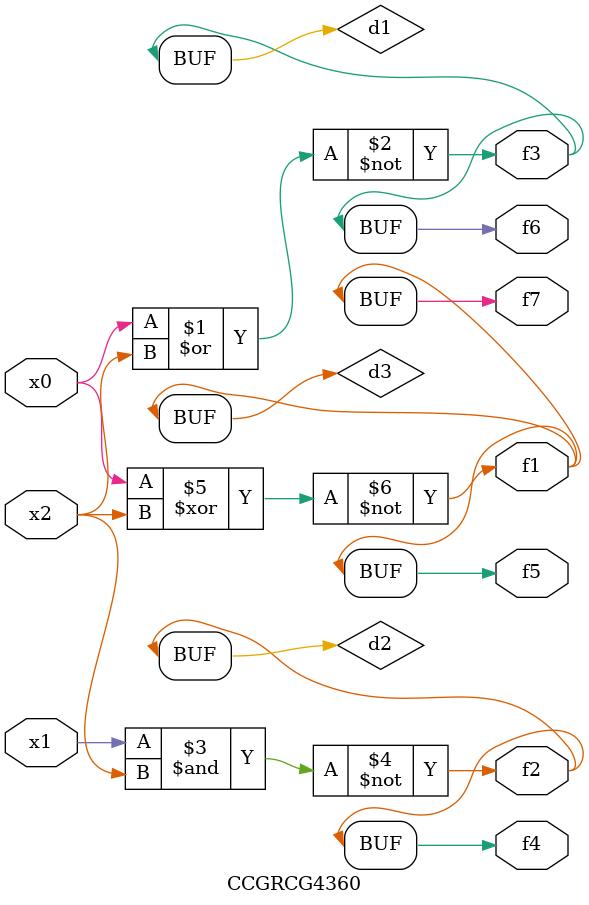
<source format=v>
module CCGRCG4360(
	input x0, x1, x2,
	output f1, f2, f3, f4, f5, f6, f7
);

	wire d1, d2, d3;

	nor (d1, x0, x2);
	nand (d2, x1, x2);
	xnor (d3, x0, x2);
	assign f1 = d3;
	assign f2 = d2;
	assign f3 = d1;
	assign f4 = d2;
	assign f5 = d3;
	assign f6 = d1;
	assign f7 = d3;
endmodule

</source>
